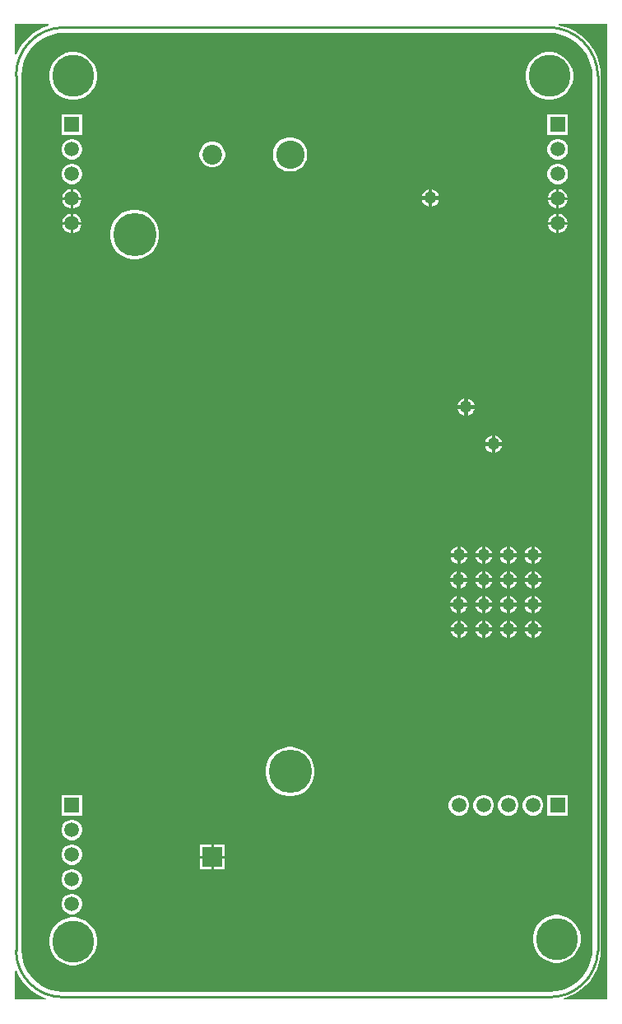
<source format=gbl>
G04*
G04 #@! TF.GenerationSoftware,Altium Limited,Altium Designer,22.6.1 (34)*
G04*
G04 Layer_Physical_Order=2*
G04 Layer_Color=16711680*
%FSLAX25Y25*%
%MOIN*%
G70*
G04*
G04 #@! TF.SameCoordinates,F07FD183-076F-48D4-B815-8826F00F65DA*
G04*
G04*
G04 #@! TF.FilePolarity,Positive*
G04*
G01*
G75*
%ADD13C,0.01000*%
%ADD32C,0.17500*%
%ADD33C,0.11500*%
%ADD34R,0.07953X0.07953*%
%ADD35C,0.07953*%
%ADD37R,0.05906X0.05906*%
%ADD38C,0.05906*%
%ADD40R,0.05906X0.05906*%
%ADD41C,0.05000*%
%ADD42C,0.17000*%
G36*
X218599Y391337D02*
X220872Y390885D01*
X223068Y390140D01*
X225147Y389114D01*
X227075Y387826D01*
X228818Y386298D01*
X230346Y384555D01*
X231634Y382627D01*
X232659Y380548D01*
X233405Y378353D01*
X233857Y376079D01*
X233991Y374038D01*
X233986Y374013D01*
Y19772D01*
X233976Y19763D01*
X233976Y19763D01*
X233976Y19763D01*
X233873Y18185D01*
X233433Y15974D01*
X232708Y13839D01*
X231711Y11818D01*
X230459Y9943D01*
X228972Y8248D01*
X227277Y6762D01*
X225403Y5509D01*
X223381Y4512D01*
X221246Y3787D01*
X219035Y3348D01*
X216786Y3200D01*
X216125Y3243D01*
X216035Y3245D01*
Y3235D01*
X20155D01*
X19685Y3235D01*
X19685Y3245D01*
X19655Y3239D01*
X19156Y3232D01*
X17253Y3357D01*
X15107Y3784D01*
X13036Y4487D01*
X11074Y5454D01*
X9256Y6669D01*
X7611Y8111D01*
X6169Y9756D01*
X4954Y11575D01*
X3987Y13536D01*
X3284Y15607D01*
X2857Y17753D01*
X2731Y19671D01*
X2735Y19689D01*
Y373562D01*
X2735Y374016D01*
X2745D01*
X2736Y374059D01*
X2732Y374556D01*
X2860Y376514D01*
X3300Y378723D01*
X4024Y380856D01*
X5020Y382877D01*
X6272Y384750D01*
X7757Y386443D01*
X9451Y387929D01*
X11324Y389180D01*
X13344Y390177D01*
X15478Y390901D01*
X17687Y391340D01*
X19220Y391441D01*
X19714Y391462D01*
X20000Y391456D01*
Y391466D01*
X215581D01*
X216035Y391466D01*
Y391456D01*
X216077Y391464D01*
X216576Y391470D01*
X218599Y391337D01*
D02*
G37*
G36*
X13787Y394500D02*
X11829Y393835D01*
X9344Y392610D01*
X7040Y391071D01*
X4957Y389244D01*
X3130Y387160D01*
X1591Y384857D01*
X500Y382645D01*
X0Y382761D01*
Y395000D01*
X13704D01*
X13787Y394500D01*
D02*
G37*
G36*
X240000Y0D02*
X222377D01*
X222295Y500D01*
X224704Y1318D01*
X227132Y2515D01*
X229382Y4019D01*
X231417Y5803D01*
X233202Y7838D01*
X234705Y10089D01*
X235903Y12517D01*
X236773Y15079D01*
X237301Y17734D01*
X237418Y19522D01*
X237439Y19627D01*
X237439D01*
X237452Y19695D01*
X237452Y20125D01*
Y374013D01*
X237448Y374034D01*
X237448Y374035D01*
X237448D01*
X237285Y376530D01*
X236744Y379248D01*
X235854Y381871D01*
X234628Y384356D01*
X233089Y386660D01*
X231262Y388743D01*
X229179Y390569D01*
X226876Y392109D01*
X224391Y393334D01*
X221767Y394225D01*
X220382Y394500D01*
X220431Y395000D01*
X240000D01*
Y0D01*
D02*
G37*
G36*
X1525Y9595D02*
X3028Y7345D01*
X4811Y5311D01*
X6845Y3528D01*
X9094Y2025D01*
X11521Y828D01*
X12508Y493D01*
X12426Y0D01*
X0D01*
Y11556D01*
X500Y11673D01*
X1525Y9595D01*
D02*
G37*
%LPC*%
G36*
X217491Y383716D02*
X215580D01*
X213706Y383343D01*
X211941Y382612D01*
X210352Y381550D01*
X209001Y380199D01*
X207939Y378610D01*
X207208Y376845D01*
X206835Y374971D01*
Y373060D01*
X207208Y371186D01*
X207939Y369421D01*
X209001Y367832D01*
X210352Y366481D01*
X211941Y365420D01*
X213706Y364688D01*
X215580Y364316D01*
X217491D01*
X219365Y364688D01*
X221130Y365420D01*
X222719Y366481D01*
X224070Y367832D01*
X225131Y369421D01*
X225863Y371186D01*
X226235Y373060D01*
Y374971D01*
X225863Y376845D01*
X225131Y378610D01*
X224070Y380199D01*
X222719Y381550D01*
X221130Y382612D01*
X219365Y383343D01*
X217491Y383716D01*
D02*
G37*
G36*
X24577D02*
X22667D01*
X20793Y383343D01*
X19027Y382612D01*
X17439Y381550D01*
X16088Y380199D01*
X15026Y378610D01*
X14295Y376845D01*
X13922Y374971D01*
Y373060D01*
X14295Y371186D01*
X15026Y369421D01*
X16088Y367832D01*
X17439Y366481D01*
X19027Y365420D01*
X20793Y364688D01*
X22667Y364316D01*
X24577D01*
X26451Y364688D01*
X28217Y365420D01*
X29805Y366481D01*
X31157Y367832D01*
X32218Y369421D01*
X32949Y371186D01*
X33322Y373060D01*
Y374971D01*
X32949Y376845D01*
X32218Y378610D01*
X31157Y380199D01*
X29805Y381550D01*
X28217Y382612D01*
X26451Y383343D01*
X24577Y383716D01*
D02*
G37*
G36*
X224125Y358484D02*
X215820D01*
Y350178D01*
X224125D01*
Y358484D01*
D02*
G37*
G36*
X27275D02*
X18969D01*
Y350178D01*
X27275D01*
Y358484D01*
D02*
G37*
G36*
X220519Y348483D02*
X219426D01*
X218370Y348200D01*
X217423Y347654D01*
X216649Y346881D01*
X216103Y345934D01*
X215820Y344877D01*
Y343784D01*
X216103Y342728D01*
X216649Y341781D01*
X217423Y341008D01*
X218370Y340461D01*
X219426Y340178D01*
X220519D01*
X221575Y340461D01*
X222522Y341008D01*
X223295Y341781D01*
X223842Y342728D01*
X224125Y343784D01*
Y344877D01*
X223842Y345934D01*
X223295Y346881D01*
X222522Y347654D01*
X221575Y348200D01*
X220519Y348483D01*
D02*
G37*
G36*
X23669D02*
X22575D01*
X21519Y348200D01*
X20572Y347654D01*
X19799Y346881D01*
X19252Y345934D01*
X18969Y344877D01*
Y343784D01*
X19252Y342728D01*
X19799Y341781D01*
X20572Y341008D01*
X21519Y340461D01*
X22575Y340178D01*
X23669D01*
X24725Y340461D01*
X25672Y341008D01*
X26445Y341781D01*
X26992Y342728D01*
X27275Y343784D01*
Y344877D01*
X26992Y345934D01*
X26445Y346881D01*
X25672Y347654D01*
X24725Y348200D01*
X23669Y348483D01*
D02*
G37*
G36*
X80682Y347426D02*
X79318D01*
X78002Y347074D01*
X76822Y346392D01*
X75858Y345428D01*
X75176Y344248D01*
X74824Y342932D01*
Y341568D01*
X75176Y340252D01*
X75858Y339072D01*
X76822Y338108D01*
X78002Y337426D01*
X79318Y337074D01*
X80682D01*
X81998Y337426D01*
X83178Y338108D01*
X84142Y339072D01*
X84824Y340252D01*
X85176Y341568D01*
Y342932D01*
X84824Y344248D01*
X84142Y345428D01*
X83178Y346392D01*
X81998Y347074D01*
X80682Y347426D01*
D02*
G37*
G36*
X112185Y349200D02*
X110816D01*
X109473Y348933D01*
X108208Y348409D01*
X107070Y347648D01*
X106102Y346680D01*
X105341Y345542D01*
X104817Y344277D01*
X104550Y342934D01*
Y341565D01*
X104817Y340223D01*
X105341Y338958D01*
X106102Y337820D01*
X107070Y336852D01*
X108208Y336091D01*
X109473Y335567D01*
X110816Y335300D01*
X112185D01*
X113527Y335567D01*
X114792Y336091D01*
X115930Y336852D01*
X116898Y337820D01*
X117659Y338958D01*
X118183Y340223D01*
X118450Y341565D01*
Y342934D01*
X118183Y344277D01*
X117659Y345542D01*
X116898Y346680D01*
X115930Y347648D01*
X114792Y348409D01*
X113527Y348933D01*
X112185Y349200D01*
D02*
G37*
G36*
X220519Y338484D02*
X219426D01*
X218370Y338200D01*
X217423Y337654D01*
X216649Y336881D01*
X216103Y335934D01*
X215820Y334877D01*
Y333784D01*
X216103Y332728D01*
X216649Y331781D01*
X217423Y331008D01*
X218370Y330461D01*
X219426Y330178D01*
X220519D01*
X221575Y330461D01*
X222522Y331008D01*
X223295Y331781D01*
X223842Y332728D01*
X224125Y333784D01*
Y334877D01*
X223842Y335934D01*
X223295Y336881D01*
X222522Y337654D01*
X221575Y338200D01*
X220519Y338484D01*
D02*
G37*
G36*
X23669D02*
X22575D01*
X21519Y338200D01*
X20572Y337654D01*
X19799Y336881D01*
X19252Y335934D01*
X18969Y334877D01*
Y333784D01*
X19252Y332728D01*
X19799Y331781D01*
X20572Y331008D01*
X21519Y330461D01*
X22575Y330178D01*
X23669D01*
X24725Y330461D01*
X25672Y331008D01*
X26445Y331781D01*
X26992Y332728D01*
X27275Y333784D01*
Y334877D01*
X26992Y335934D01*
X26445Y336881D01*
X25672Y337654D01*
X24725Y338200D01*
X23669Y338484D01*
D02*
G37*
G36*
X169148Y328048D02*
Y325376D01*
X171821D01*
X171660Y325977D01*
X171199Y326775D01*
X170547Y327427D01*
X169749Y327888D01*
X169148Y328048D01*
D02*
G37*
G36*
X167648D02*
X167048Y327888D01*
X166249Y327427D01*
X165598Y326775D01*
X165137Y325977D01*
X164976Y325376D01*
X167648D01*
Y328048D01*
D02*
G37*
G36*
X220493Y328284D02*
X220472D01*
Y324831D01*
X223925D01*
Y324851D01*
X223656Y325856D01*
X223135Y326758D01*
X222399Y327494D01*
X221498Y328014D01*
X220493Y328284D01*
D02*
G37*
G36*
X219472D02*
X219452D01*
X218447Y328014D01*
X217545Y327494D01*
X216810Y326758D01*
X216289Y325856D01*
X216020Y324851D01*
Y324831D01*
X219472D01*
Y328284D01*
D02*
G37*
G36*
X23642D02*
X23622D01*
Y324831D01*
X27075D01*
Y324851D01*
X26805Y325856D01*
X26285Y326758D01*
X25549Y327494D01*
X24648Y328014D01*
X23642Y328284D01*
D02*
G37*
G36*
X22622D02*
X22602D01*
X21596Y328014D01*
X20695Y327494D01*
X19959Y326758D01*
X19439Y325856D01*
X19169Y324851D01*
Y324831D01*
X22622D01*
Y328284D01*
D02*
G37*
G36*
X171821Y323876D02*
X169148D01*
Y321203D01*
X169749Y321364D01*
X170547Y321825D01*
X171199Y322477D01*
X171660Y323275D01*
X171821Y323876D01*
D02*
G37*
G36*
X167648D02*
X164976D01*
X165137Y323275D01*
X165598Y322477D01*
X166249Y321825D01*
X167048Y321364D01*
X167648Y321203D01*
Y323876D01*
D02*
G37*
G36*
X223925Y323831D02*
X220472D01*
Y320378D01*
X220493D01*
X221498Y320647D01*
X222399Y321168D01*
X223135Y321904D01*
X223656Y322805D01*
X223925Y323810D01*
Y323831D01*
D02*
G37*
G36*
X219472D02*
X216020D01*
Y323810D01*
X216289Y322805D01*
X216810Y321904D01*
X217545Y321168D01*
X218447Y320647D01*
X219452Y320378D01*
X219472D01*
Y323831D01*
D02*
G37*
G36*
X27075Y323831D02*
X23622D01*
Y320378D01*
X23642D01*
X24648Y320647D01*
X25549Y321168D01*
X26285Y321904D01*
X26805Y322805D01*
X27075Y323810D01*
Y323831D01*
D02*
G37*
G36*
X22622D02*
X19169D01*
Y323810D01*
X19439Y322805D01*
X19959Y321904D01*
X20695Y321168D01*
X21596Y320647D01*
X22602Y320378D01*
X22622D01*
Y323831D01*
D02*
G37*
G36*
X220493Y318284D02*
X220472D01*
Y314831D01*
X223925D01*
Y314851D01*
X223656Y315856D01*
X223135Y316758D01*
X222399Y317494D01*
X221498Y318014D01*
X220493Y318284D01*
D02*
G37*
G36*
X219472D02*
X219452D01*
X218447Y318014D01*
X217545Y317494D01*
X216810Y316758D01*
X216289Y315856D01*
X216020Y314851D01*
Y314831D01*
X219472D01*
Y318284D01*
D02*
G37*
G36*
X23642D02*
X23622D01*
Y314831D01*
X27075D01*
Y314851D01*
X26805Y315856D01*
X26285Y316758D01*
X25549Y317494D01*
X24648Y318014D01*
X23642Y318284D01*
D02*
G37*
G36*
X22622D02*
X22602D01*
X21596Y318014D01*
X20695Y317494D01*
X19959Y316758D01*
X19439Y315856D01*
X19169Y314851D01*
Y314831D01*
X22622D01*
Y318284D01*
D02*
G37*
G36*
X223925Y313831D02*
X220472D01*
Y310378D01*
X220493D01*
X221498Y310647D01*
X222399Y311168D01*
X223135Y311904D01*
X223656Y312805D01*
X223925Y313810D01*
Y313831D01*
D02*
G37*
G36*
X219472D02*
X216020D01*
Y313810D01*
X216289Y312805D01*
X216810Y311904D01*
X217545Y311168D01*
X218447Y310647D01*
X219452Y310378D01*
X219472D01*
Y313831D01*
D02*
G37*
G36*
X27075Y313831D02*
X23622D01*
Y310378D01*
X23642D01*
X24648Y310647D01*
X25549Y311168D01*
X26285Y311904D01*
X26805Y312805D01*
X27075Y313810D01*
Y313831D01*
D02*
G37*
G36*
X22622D02*
X19169D01*
Y313810D01*
X19439Y312805D01*
X19959Y311904D01*
X20695Y311168D01*
X21596Y310647D01*
X22602Y310378D01*
X22622D01*
Y313831D01*
D02*
G37*
G36*
X49480Y319800D02*
X47520D01*
X45598Y319418D01*
X43787Y318668D01*
X42157Y317579D01*
X40771Y316193D01*
X39682Y314563D01*
X38932Y312752D01*
X38550Y310830D01*
Y308870D01*
X38932Y306948D01*
X39682Y305137D01*
X40771Y303507D01*
X42157Y302121D01*
X43787Y301032D01*
X45598Y300282D01*
X47520Y299900D01*
X49480D01*
X51402Y300282D01*
X53213Y301032D01*
X54843Y302121D01*
X56229Y303507D01*
X57318Y305137D01*
X58068Y306948D01*
X58450Y308870D01*
Y310830D01*
X58068Y312752D01*
X57318Y314563D01*
X56229Y316193D01*
X54843Y317579D01*
X53213Y318668D01*
X51402Y319418D01*
X49480Y319800D01*
D02*
G37*
G36*
X183551Y243423D02*
Y240750D01*
X186223D01*
X186062Y241351D01*
X185601Y242149D01*
X184950Y242801D01*
X184152Y243262D01*
X183551Y243423D01*
D02*
G37*
G36*
X182051D02*
X181450Y243262D01*
X180652Y242801D01*
X180000Y242149D01*
X179539Y241351D01*
X179378Y240750D01*
X182051D01*
Y243423D01*
D02*
G37*
G36*
X186223Y239250D02*
X183551D01*
Y236578D01*
X184152Y236738D01*
X184950Y237199D01*
X185601Y237851D01*
X186062Y238649D01*
X186223Y239250D01*
D02*
G37*
G36*
X182051D02*
X179378D01*
X179539Y238649D01*
X180000Y237851D01*
X180652Y237199D01*
X181450Y236738D01*
X182051Y236578D01*
Y239250D01*
D02*
G37*
G36*
X194687Y228422D02*
Y225750D01*
X197360D01*
X197198Y226351D01*
X196738Y227149D01*
X196086Y227801D01*
X195288Y228261D01*
X194687Y228422D01*
D02*
G37*
G36*
X193187D02*
X192586Y228261D01*
X191788Y227801D01*
X191136Y227149D01*
X190675Y226351D01*
X190515Y225750D01*
X193187D01*
Y228422D01*
D02*
G37*
G36*
X197360Y224250D02*
X194687D01*
Y221578D01*
X195288Y221739D01*
X196086Y222199D01*
X196738Y222851D01*
X197198Y223649D01*
X197360Y224250D01*
D02*
G37*
G36*
X193187D02*
X190515D01*
X190675Y223649D01*
X191136Y222851D01*
X191788Y222199D01*
X192586Y221739D01*
X193187Y221578D01*
Y224250D01*
D02*
G37*
G36*
X210711Y183423D02*
Y180750D01*
X213383D01*
X213222Y181351D01*
X212761Y182149D01*
X212110Y182801D01*
X211312Y183262D01*
X210711Y183423D01*
D02*
G37*
G36*
X209211D02*
X208610Y183262D01*
X207812Y182801D01*
X207160Y182149D01*
X206699Y181351D01*
X206538Y180750D01*
X209211D01*
Y183423D01*
D02*
G37*
G36*
X200711D02*
Y180750D01*
X203383D01*
X203222Y181351D01*
X202761Y182149D01*
X202110Y182801D01*
X201312Y183262D01*
X200711Y183423D01*
D02*
G37*
G36*
X199211D02*
X198610Y183262D01*
X197812Y182801D01*
X197160Y182149D01*
X196699Y181351D01*
X196538Y180750D01*
X199211D01*
Y183423D01*
D02*
G37*
G36*
X190750D02*
Y180750D01*
X193422D01*
X193262Y181351D01*
X192801Y182149D01*
X192149Y182801D01*
X191351Y183262D01*
X190750Y183423D01*
D02*
G37*
G36*
X189250D02*
X188649Y183262D01*
X187851Y182801D01*
X187199Y182149D01*
X186739Y181351D01*
X186577Y180750D01*
X189250D01*
Y183423D01*
D02*
G37*
G36*
X180711D02*
Y180750D01*
X183383D01*
X183222Y181351D01*
X182761Y182149D01*
X182110Y182801D01*
X181312Y183262D01*
X180711Y183423D01*
D02*
G37*
G36*
X179211D02*
X178610Y183262D01*
X177812Y182801D01*
X177160Y182149D01*
X176699Y181351D01*
X176538Y180750D01*
X179211D01*
Y183423D01*
D02*
G37*
G36*
X213383Y179250D02*
X210711D01*
Y176577D01*
X211312Y176739D01*
X212110Y177199D01*
X212761Y177851D01*
X213222Y178649D01*
X213383Y179250D01*
D02*
G37*
G36*
X209211D02*
X206538D01*
X206699Y178649D01*
X207160Y177851D01*
X207812Y177199D01*
X208610Y176739D01*
X209211Y176577D01*
Y179250D01*
D02*
G37*
G36*
X203383D02*
X200711D01*
Y176577D01*
X201312Y176739D01*
X202110Y177199D01*
X202761Y177851D01*
X203222Y178649D01*
X203383Y179250D01*
D02*
G37*
G36*
X199211D02*
X196538D01*
X196699Y178649D01*
X197160Y177851D01*
X197812Y177199D01*
X198610Y176739D01*
X199211Y176577D01*
Y179250D01*
D02*
G37*
G36*
X193422D02*
X190750D01*
Y176577D01*
X191351Y176739D01*
X192149Y177199D01*
X192801Y177851D01*
X193262Y178649D01*
X193422Y179250D01*
D02*
G37*
G36*
X189250D02*
X186577D01*
X186739Y178649D01*
X187199Y177851D01*
X187851Y177199D01*
X188649Y176739D01*
X189250Y176577D01*
Y179250D01*
D02*
G37*
G36*
X183383D02*
X180711D01*
Y176577D01*
X181312Y176739D01*
X182110Y177199D01*
X182761Y177851D01*
X183222Y178649D01*
X183383Y179250D01*
D02*
G37*
G36*
X179211D02*
X176538D01*
X176699Y178649D01*
X177160Y177851D01*
X177812Y177199D01*
X178610Y176739D01*
X179211Y176577D01*
Y179250D01*
D02*
G37*
G36*
X210750Y173423D02*
Y170750D01*
X213422D01*
X213262Y171351D01*
X212801Y172149D01*
X212149Y172801D01*
X211351Y173261D01*
X210750Y173423D01*
D02*
G37*
G36*
X209250D02*
X208649Y173261D01*
X207851Y172801D01*
X207199Y172149D01*
X206738Y171351D01*
X206577Y170750D01*
X209250D01*
Y173423D01*
D02*
G37*
G36*
X200750D02*
Y170750D01*
X203422D01*
X203261Y171351D01*
X202801Y172149D01*
X202149Y172801D01*
X201351Y173261D01*
X200750Y173423D01*
D02*
G37*
G36*
X199250D02*
X198649Y173261D01*
X197851Y172801D01*
X197199Y172149D01*
X196739Y171351D01*
X196578Y170750D01*
X199250D01*
Y173423D01*
D02*
G37*
G36*
X190750D02*
Y170750D01*
X193422D01*
X193262Y171351D01*
X192801Y172149D01*
X192149Y172801D01*
X191351Y173261D01*
X190750Y173423D01*
D02*
G37*
G36*
X189250D02*
X188649Y173261D01*
X187851Y172801D01*
X187199Y172149D01*
X186739Y171351D01*
X186577Y170750D01*
X189250D01*
Y173423D01*
D02*
G37*
G36*
X180510D02*
Y170750D01*
X183182D01*
X183021Y171351D01*
X182561Y172149D01*
X181909Y172801D01*
X181111Y173261D01*
X180510Y173423D01*
D02*
G37*
G36*
X179010D02*
X178409Y173261D01*
X177611Y172801D01*
X176959Y172149D01*
X176498Y171351D01*
X176337Y170750D01*
X179010D01*
Y173423D01*
D02*
G37*
G36*
X213422Y169250D02*
X210750D01*
Y166577D01*
X211351Y166738D01*
X212149Y167199D01*
X212801Y167851D01*
X213262Y168649D01*
X213422Y169250D01*
D02*
G37*
G36*
X209250D02*
X206577D01*
X206738Y168649D01*
X207199Y167851D01*
X207851Y167199D01*
X208649Y166738D01*
X209250Y166577D01*
Y169250D01*
D02*
G37*
G36*
X203422D02*
X200750D01*
Y166577D01*
X201351Y166738D01*
X202149Y167199D01*
X202801Y167851D01*
X203261Y168649D01*
X203422Y169250D01*
D02*
G37*
G36*
X199250D02*
X196578D01*
X196739Y168649D01*
X197199Y167851D01*
X197851Y167199D01*
X198649Y166738D01*
X199250Y166577D01*
Y169250D01*
D02*
G37*
G36*
X193422D02*
X190750D01*
Y166577D01*
X191351Y166738D01*
X192149Y167199D01*
X192801Y167851D01*
X193262Y168649D01*
X193422Y169250D01*
D02*
G37*
G36*
X189250D02*
X186577D01*
X186739Y168649D01*
X187199Y167851D01*
X187851Y167199D01*
X188649Y166738D01*
X189250Y166577D01*
Y169250D01*
D02*
G37*
G36*
X183182D02*
X180510D01*
Y166577D01*
X181111Y166738D01*
X181909Y167199D01*
X182561Y167851D01*
X183021Y168649D01*
X183182Y169250D01*
D02*
G37*
G36*
X179010D02*
X176337D01*
X176498Y168649D01*
X176959Y167851D01*
X177611Y167199D01*
X178409Y166738D01*
X179010Y166577D01*
Y169250D01*
D02*
G37*
G36*
X210711Y163423D02*
Y160750D01*
X213383D01*
X213222Y161351D01*
X212761Y162149D01*
X212110Y162801D01*
X211312Y163261D01*
X210711Y163423D01*
D02*
G37*
G36*
X209211D02*
X208610Y163261D01*
X207812Y162801D01*
X207160Y162149D01*
X206699Y161351D01*
X206538Y160750D01*
X209211D01*
Y163423D01*
D02*
G37*
G36*
X200711D02*
Y160750D01*
X203383D01*
X203222Y161351D01*
X202761Y162149D01*
X202110Y162801D01*
X201312Y163261D01*
X200711Y163423D01*
D02*
G37*
G36*
X199211D02*
X198610Y163261D01*
X197812Y162801D01*
X197160Y162149D01*
X196699Y161351D01*
X196538Y160750D01*
X199211D01*
Y163423D01*
D02*
G37*
G36*
X190750D02*
Y160750D01*
X193422D01*
X193262Y161351D01*
X192801Y162149D01*
X192149Y162801D01*
X191351Y163261D01*
X190750Y163423D01*
D02*
G37*
G36*
X189250D02*
X188649Y163261D01*
X187851Y162801D01*
X187199Y162149D01*
X186739Y161351D01*
X186577Y160750D01*
X189250D01*
Y163423D01*
D02*
G37*
G36*
X180510D02*
Y160750D01*
X183182D01*
X183021Y161351D01*
X182561Y162149D01*
X181909Y162801D01*
X181111Y163261D01*
X180510Y163423D01*
D02*
G37*
G36*
X179010D02*
X178409Y163261D01*
X177611Y162801D01*
X176959Y162149D01*
X176498Y161351D01*
X176337Y160750D01*
X179010D01*
Y163423D01*
D02*
G37*
G36*
X213383Y159250D02*
X210711D01*
Y156578D01*
X211312Y156738D01*
X212110Y157199D01*
X212761Y157851D01*
X213222Y158649D01*
X213383Y159250D01*
D02*
G37*
G36*
X209211D02*
X206538D01*
X206699Y158649D01*
X207160Y157851D01*
X207812Y157199D01*
X208610Y156738D01*
X209211Y156578D01*
Y159250D01*
D02*
G37*
G36*
X203383D02*
X200711D01*
Y156578D01*
X201312Y156738D01*
X202110Y157199D01*
X202761Y157851D01*
X203222Y158649D01*
X203383Y159250D01*
D02*
G37*
G36*
X199211D02*
X196538D01*
X196699Y158649D01*
X197160Y157851D01*
X197812Y157199D01*
X198610Y156738D01*
X199211Y156578D01*
Y159250D01*
D02*
G37*
G36*
X193422D02*
X190750D01*
Y156578D01*
X191351Y156738D01*
X192149Y157199D01*
X192801Y157851D01*
X193262Y158649D01*
X193422Y159250D01*
D02*
G37*
G36*
X189250D02*
X186577D01*
X186739Y158649D01*
X187199Y157851D01*
X187851Y157199D01*
X188649Y156738D01*
X189250Y156578D01*
Y159250D01*
D02*
G37*
G36*
X183182D02*
X180510D01*
Y156578D01*
X181111Y156738D01*
X181909Y157199D01*
X182561Y157851D01*
X183021Y158649D01*
X183182Y159250D01*
D02*
G37*
G36*
X179010D02*
X176337D01*
X176498Y158649D01*
X176959Y157851D01*
X177611Y157199D01*
X178409Y156738D01*
X179010Y156578D01*
Y159250D01*
D02*
G37*
G36*
X210750Y153422D02*
Y150750D01*
X213422D01*
X213262Y151351D01*
X212801Y152149D01*
X212149Y152801D01*
X211351Y153261D01*
X210750Y153422D01*
D02*
G37*
G36*
X209250D02*
X208649Y153261D01*
X207851Y152801D01*
X207199Y152149D01*
X206738Y151351D01*
X206577Y150750D01*
X209250D01*
Y153422D01*
D02*
G37*
G36*
X200750D02*
Y150750D01*
X203422D01*
X203261Y151351D01*
X202801Y152149D01*
X202149Y152801D01*
X201351Y153261D01*
X200750Y153422D01*
D02*
G37*
G36*
X199250D02*
X198649Y153261D01*
X197851Y152801D01*
X197199Y152149D01*
X196739Y151351D01*
X196578Y150750D01*
X199250D01*
Y153422D01*
D02*
G37*
G36*
X190750D02*
Y150750D01*
X193422D01*
X193262Y151351D01*
X192801Y152149D01*
X192149Y152801D01*
X191351Y153261D01*
X190750Y153422D01*
D02*
G37*
G36*
X189250D02*
X188649Y153261D01*
X187851Y152801D01*
X187199Y152149D01*
X186739Y151351D01*
X186577Y150750D01*
X189250D01*
Y153422D01*
D02*
G37*
G36*
X180750D02*
Y150750D01*
X183423D01*
X183262Y151351D01*
X182801Y152149D01*
X182149Y152801D01*
X181351Y153261D01*
X180750Y153422D01*
D02*
G37*
G36*
X179250D02*
X178649Y153261D01*
X177851Y152801D01*
X177199Y152149D01*
X176739Y151351D01*
X176577Y150750D01*
X179250D01*
Y153422D01*
D02*
G37*
G36*
X213422Y149250D02*
X210750D01*
Y146578D01*
X211351Y146739D01*
X212149Y147199D01*
X212801Y147851D01*
X213262Y148649D01*
X213422Y149250D01*
D02*
G37*
G36*
X209250D02*
X206577D01*
X206738Y148649D01*
X207199Y147851D01*
X207851Y147199D01*
X208649Y146739D01*
X209250Y146578D01*
Y149250D01*
D02*
G37*
G36*
X203422D02*
X200750D01*
Y146578D01*
X201351Y146739D01*
X202149Y147199D01*
X202801Y147851D01*
X203261Y148649D01*
X203422Y149250D01*
D02*
G37*
G36*
X199250D02*
X196578D01*
X196739Y148649D01*
X197199Y147851D01*
X197851Y147199D01*
X198649Y146739D01*
X199250Y146578D01*
Y149250D01*
D02*
G37*
G36*
X193422D02*
X190750D01*
Y146578D01*
X191351Y146739D01*
X192149Y147199D01*
X192801Y147851D01*
X193262Y148649D01*
X193422Y149250D01*
D02*
G37*
G36*
X189250D02*
X186577D01*
X186739Y148649D01*
X187199Y147851D01*
X187851Y147199D01*
X188649Y146739D01*
X189250Y146578D01*
Y149250D01*
D02*
G37*
G36*
X183423D02*
X180750D01*
Y146578D01*
X181351Y146739D01*
X182149Y147199D01*
X182801Y147851D01*
X183262Y148649D01*
X183423Y149250D01*
D02*
G37*
G36*
X179250D02*
X176577D01*
X176739Y148649D01*
X177199Y147851D01*
X177851Y147199D01*
X178649Y146739D01*
X179250Y146578D01*
Y149250D01*
D02*
G37*
G36*
X112480Y102300D02*
X110520D01*
X108598Y101918D01*
X106787Y101168D01*
X105157Y100079D01*
X103771Y98693D01*
X102682Y97063D01*
X101932Y95252D01*
X101550Y93330D01*
Y91370D01*
X101932Y89448D01*
X102682Y87637D01*
X103771Y86007D01*
X105157Y84621D01*
X106787Y83532D01*
X108598Y82782D01*
X110520Y82400D01*
X112480D01*
X114402Y82782D01*
X116213Y83532D01*
X117843Y84621D01*
X119229Y86007D01*
X120318Y87637D01*
X121068Y89448D01*
X121450Y91370D01*
Y93330D01*
X121068Y95252D01*
X120318Y97063D01*
X119229Y98693D01*
X117843Y100079D01*
X116213Y101168D01*
X114402Y101918D01*
X112480Y102300D01*
D02*
G37*
G36*
X27275Y82893D02*
X18969D01*
Y74587D01*
X27275D01*
Y82893D01*
D02*
G37*
G36*
X224113Y82881D02*
X215808D01*
Y74576D01*
X224113D01*
Y82881D01*
D02*
G37*
G36*
X210507D02*
X209414D01*
X208358Y82598D01*
X207411Y82051D01*
X206638Y81278D01*
X206091Y80331D01*
X205808Y79275D01*
Y78182D01*
X206091Y77126D01*
X206638Y76178D01*
X207411Y75405D01*
X208358Y74859D01*
X209414Y74576D01*
X210507D01*
X211563Y74859D01*
X212510Y75405D01*
X213284Y76178D01*
X213830Y77126D01*
X214113Y78182D01*
Y79275D01*
X213830Y80331D01*
X213284Y81278D01*
X212510Y82051D01*
X211563Y82598D01*
X210507Y82881D01*
D02*
G37*
G36*
X200507D02*
X199414D01*
X198358Y82598D01*
X197411Y82051D01*
X196638Y81278D01*
X196091Y80331D01*
X195808Y79275D01*
Y78182D01*
X196091Y77126D01*
X196638Y76178D01*
X197411Y75405D01*
X198358Y74859D01*
X199414Y74576D01*
X200507D01*
X201564Y74859D01*
X202510Y75405D01*
X203284Y76178D01*
X203830Y77126D01*
X204113Y78182D01*
Y79275D01*
X203830Y80331D01*
X203284Y81278D01*
X202510Y82051D01*
X201564Y82598D01*
X200507Y82881D01*
D02*
G37*
G36*
X190507D02*
X189414D01*
X188358Y82598D01*
X187411Y82051D01*
X186638Y81278D01*
X186091Y80331D01*
X185808Y79275D01*
Y78182D01*
X186091Y77126D01*
X186638Y76178D01*
X187411Y75405D01*
X188358Y74859D01*
X189414Y74576D01*
X190507D01*
X191563Y74859D01*
X192510Y75405D01*
X193284Y76178D01*
X193830Y77126D01*
X194113Y78182D01*
Y79275D01*
X193830Y80331D01*
X193284Y81278D01*
X192510Y82051D01*
X191563Y82598D01*
X190507Y82881D01*
D02*
G37*
G36*
X180507D02*
X179414D01*
X178358Y82598D01*
X177411Y82051D01*
X176638Y81278D01*
X176091Y80331D01*
X175808Y79275D01*
Y78182D01*
X176091Y77126D01*
X176638Y76178D01*
X177411Y75405D01*
X178358Y74859D01*
X179414Y74576D01*
X180507D01*
X181563Y74859D01*
X182510Y75405D01*
X183284Y76178D01*
X183830Y77126D01*
X184113Y78182D01*
Y79275D01*
X183830Y80331D01*
X183284Y81278D01*
X182510Y82051D01*
X181563Y82598D01*
X180507Y82881D01*
D02*
G37*
G36*
X23669Y72893D02*
X22575D01*
X21519Y72610D01*
X20572Y72063D01*
X19799Y71290D01*
X19252Y70343D01*
X18969Y69287D01*
Y68193D01*
X19252Y67137D01*
X19799Y66190D01*
X20572Y65417D01*
X21519Y64870D01*
X22575Y64587D01*
X23669D01*
X24725Y64870D01*
X25672Y65417D01*
X26445Y66190D01*
X26992Y67137D01*
X27275Y68193D01*
Y69287D01*
X26992Y70343D01*
X26445Y71290D01*
X25672Y72063D01*
X24725Y72610D01*
X23669Y72893D01*
D02*
G37*
G36*
X84976Y62726D02*
X80500D01*
Y58250D01*
X84976D01*
Y62726D01*
D02*
G37*
G36*
X79500D02*
X75024D01*
Y58250D01*
X79500D01*
Y62726D01*
D02*
G37*
G36*
X23669Y62893D02*
X22575D01*
X21519Y62610D01*
X20572Y62063D01*
X19799Y61290D01*
X19252Y60343D01*
X18969Y59287D01*
Y58193D01*
X19252Y57137D01*
X19799Y56190D01*
X20572Y55417D01*
X21519Y54870D01*
X22575Y54587D01*
X23669D01*
X24725Y54870D01*
X25672Y55417D01*
X26445Y56190D01*
X26992Y57137D01*
X27275Y58193D01*
Y59287D01*
X26992Y60343D01*
X26445Y61290D01*
X25672Y62063D01*
X24725Y62610D01*
X23669Y62893D01*
D02*
G37*
G36*
X84976Y57250D02*
X80500D01*
Y52774D01*
X84976D01*
Y57250D01*
D02*
G37*
G36*
X79500D02*
X75024D01*
Y52774D01*
X79500D01*
Y57250D01*
D02*
G37*
G36*
X23669Y52893D02*
X22575D01*
X21519Y52610D01*
X20572Y52063D01*
X19799Y51290D01*
X19252Y50343D01*
X18969Y49287D01*
Y48193D01*
X19252Y47137D01*
X19799Y46190D01*
X20572Y45417D01*
X21519Y44870D01*
X22575Y44587D01*
X23669D01*
X24725Y44870D01*
X25672Y45417D01*
X26445Y46190D01*
X26992Y47137D01*
X27275Y48193D01*
Y49287D01*
X26992Y50343D01*
X26445Y51290D01*
X25672Y52063D01*
X24725Y52610D01*
X23669Y52893D01*
D02*
G37*
G36*
Y42893D02*
X22575D01*
X21519Y42610D01*
X20572Y42063D01*
X19799Y41290D01*
X19252Y40343D01*
X18969Y39287D01*
Y38193D01*
X19252Y37137D01*
X19799Y36190D01*
X20572Y35417D01*
X21519Y34870D01*
X22575Y34587D01*
X23669D01*
X24725Y34870D01*
X25672Y35417D01*
X26445Y36190D01*
X26992Y37137D01*
X27275Y38193D01*
Y39287D01*
X26992Y40343D01*
X26445Y41290D01*
X25672Y42063D01*
X24725Y42610D01*
X23669Y42893D01*
D02*
G37*
G36*
X220491Y34322D02*
X218580D01*
X216706Y33949D01*
X214941Y33218D01*
X213352Y32157D01*
X212001Y30805D01*
X210939Y29217D01*
X210208Y27451D01*
X209835Y25577D01*
Y23667D01*
X210208Y21793D01*
X210939Y20027D01*
X212001Y18439D01*
X213352Y17088D01*
X214941Y16026D01*
X216706Y15295D01*
X218580Y14922D01*
X220491D01*
X222365Y15295D01*
X224130Y16026D01*
X225719Y17088D01*
X227070Y18439D01*
X228131Y20027D01*
X228863Y21793D01*
X229235Y23667D01*
Y25577D01*
X228863Y27451D01*
X228131Y29217D01*
X227070Y30805D01*
X225719Y32157D01*
X224130Y33218D01*
X222365Y33949D01*
X220491Y34322D01*
D02*
G37*
G36*
X24577Y33322D02*
X22667D01*
X20793Y32949D01*
X19027Y32218D01*
X17439Y31157D01*
X16088Y29805D01*
X15026Y28217D01*
X14295Y26451D01*
X13922Y24577D01*
Y22667D01*
X14295Y20793D01*
X15026Y19027D01*
X16088Y17439D01*
X17439Y16088D01*
X19027Y15026D01*
X20793Y14295D01*
X22667Y13922D01*
X24577D01*
X26451Y14295D01*
X28217Y15026D01*
X29805Y16088D01*
X31157Y17439D01*
X32218Y19027D01*
X32949Y20793D01*
X33322Y22667D01*
Y24577D01*
X32949Y26451D01*
X32218Y28217D01*
X31157Y29805D01*
X29805Y31157D01*
X28217Y32218D01*
X26451Y32949D01*
X24577Y33322D01*
D02*
G37*
%LPD*%
D13*
X19685Y393701D02*
G03*
X500Y374016I250J-19435D01*
G01*
X236221D02*
G03*
X216035Y393701I-19935J-250D01*
G01*
Y1000D02*
G03*
X236221Y19685I750J19435D01*
G01*
X500D02*
G03*
X19685Y1000I18935J250D01*
G01*
X236221Y19685D02*
Y374016D01*
X19685Y1000D02*
X19685D01*
X216035D01*
X20000Y393701D02*
X216035D01*
X500Y19685D02*
Y374016D01*
D32*
X48500Y309850D02*
D03*
X111500Y92350D02*
D03*
D33*
X111500Y342250D02*
D03*
D34*
X80000Y57750D02*
D03*
D35*
Y342250D02*
D03*
D37*
X219961Y78728D02*
D03*
D38*
X209961D02*
D03*
X199961D02*
D03*
X189961D02*
D03*
X179961D02*
D03*
X23122Y38740D02*
D03*
Y48740D02*
D03*
Y58740D02*
D03*
Y68740D02*
D03*
X219972Y314331D02*
D03*
Y324331D02*
D03*
Y334331D02*
D03*
Y344331D02*
D03*
X23122Y314331D02*
D03*
Y324331D02*
D03*
Y334331D02*
D03*
Y344331D02*
D03*
D40*
Y78740D02*
D03*
X219972Y354331D02*
D03*
X23122D02*
D03*
D41*
X193937Y225000D02*
D03*
X182801Y240000D02*
D03*
X168398Y324626D02*
D03*
X190000Y180000D02*
D03*
X179961D02*
D03*
X179760Y170000D02*
D03*
X210000D02*
D03*
X209961Y180000D02*
D03*
X200000Y170000D02*
D03*
X199961Y180000D02*
D03*
X190000Y170000D02*
D03*
X200000Y150000D02*
D03*
X210000D02*
D03*
X209961Y160000D02*
D03*
X199961D02*
D03*
X180000Y150000D02*
D03*
X190000D02*
D03*
Y160000D02*
D03*
X179760D02*
D03*
D42*
X216535Y374016D02*
D03*
X219535Y24622D02*
D03*
X23622Y374016D02*
D03*
Y23622D02*
D03*
M02*

</source>
